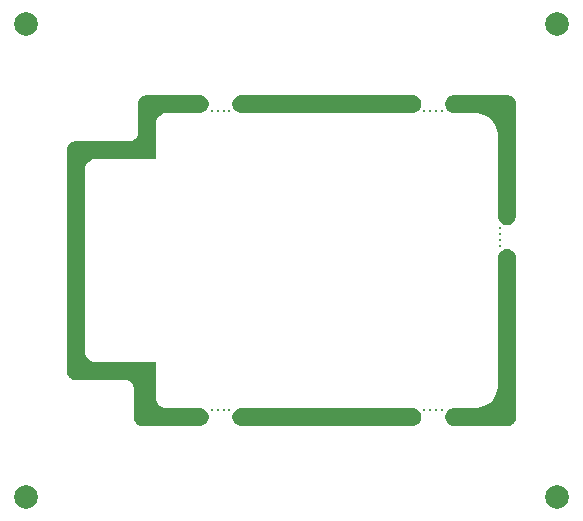
<source format=gbr>
%TF.GenerationSoftware,Altium Limited,Altium Designer,24.8.2 (39)*%
G04 Layer_Color=0*
%FSLAX45Y45*%
%MOMM*%
%TF.SameCoordinates,B03309B8-0E9A-45A2-8570-9956D1A1A338*%
%TF.FilePolarity,Positive*%
%TF.FileFunction,NonPlated,1,4,NPTH,Drill*%
%TF.Part,CustomerPanel*%
G01*
G75*
%TA.AperFunction,OtherDrill,Pad Free-4 (50mm,5mm)*%
%ADD143C,2.00000*%
%TA.AperFunction,OtherDrill,Pad Free-4 (50mm,45mm)*%
%ADD144C,2.00000*%
%TA.AperFunction,OtherDrill,Pad Free-4 (5mm,45mm)*%
%ADD145C,2.00000*%
%TA.AperFunction,OtherDrill,Pad Free-4 (5mm,5mm)*%
%ADD146C,2.00000*%
%TA.AperFunction,OtherDrill,Pad Free-4 (20.75mm,12.35mm)*%
%ADD147C,0.30000*%
%TA.AperFunction,OtherDrill,Pad Free-4 (22.25mm,12.35mm)*%
%ADD148C,0.30000*%
%TA.AperFunction,OtherDrill,Pad Free-4 (21.75mm,12.35mm)*%
%ADD149C,0.30000*%
%TA.AperFunction,OtherDrill,Pad Free-4 (21.25mm,12.35mm)*%
%ADD150C,0.30000*%
%TA.AperFunction,OtherDrill,Pad Free-4 (38.75mm,12.35mm)*%
%ADD151C,0.30000*%
%TA.AperFunction,OtherDrill,Pad Free-4 (40.25mm,12.35mm)*%
%ADD152C,0.30000*%
%TA.AperFunction,OtherDrill,Pad Free-4 (39.75mm,12.35mm)*%
%ADD153C,0.30000*%
%TA.AperFunction,OtherDrill,Pad Free-4 (39.25mm,12.35mm)*%
%ADD154C,0.30000*%
%TA.AperFunction,OtherDrill,Pad Free-4 (45.15mm,26.25mm)*%
%ADD155C,0.30000*%
%TA.AperFunction,OtherDrill,Pad Free-4 (45.15mm,27.75mm)*%
%ADD156C,0.30000*%
%TA.AperFunction,OtherDrill,Pad Free-4 (45.15mm,27.25mm)*%
%ADD157C,0.30000*%
%TA.AperFunction,OtherDrill,Pad Free-4 (45.15mm,26.75mm)*%
%ADD158C,0.30000*%
%TA.AperFunction,OtherDrill,Pad Free-4 (40.25mm,37.65mm)*%
%ADD159C,0.30000*%
%TA.AperFunction,OtherDrill,Pad Free-4 (38.75mm,37.65mm)*%
%ADD160C,0.30000*%
%TA.AperFunction,OtherDrill,Pad Free-4 (39.25mm,37.65mm)*%
%ADD161C,0.30000*%
%TA.AperFunction,OtherDrill,Pad Free-4 (39.75mm,37.65mm)*%
%ADD162C,0.30000*%
%TA.AperFunction,OtherDrill,Pad Free-4 (21.75mm,37.65mm)*%
%ADD163C,0.30000*%
%TA.AperFunction,OtherDrill,Pad Free-4 (21.25mm,37.65mm)*%
%ADD164C,0.30000*%
%TA.AperFunction,OtherDrill,Pad Free-4 (20.75mm,37.65mm)*%
%ADD165C,0.30000*%
%TA.AperFunction,OtherDrill,Pad Free-4 (22.25mm,37.65mm)*%
%ADD166C,0.30000*%
G36*
X925000Y1490000D02*
X917613D01*
X903123Y1492882D01*
X889474Y1498535D01*
X877190Y1506743D01*
X866744Y1517190D01*
X858536Y1529474D01*
X852882Y1543123D01*
X850000Y1557613D01*
X850000Y1565000D01*
Y1565000D01*
Y3435000D01*
X850000Y3442387D01*
X852882Y3456876D01*
X858536Y3470525D01*
X866744Y3482809D01*
X877190Y3493256D01*
X889474Y3501464D01*
X903123Y3507117D01*
X917613Y3510000D01*
X925000Y3509999D01*
X925000Y3510000D01*
X1375000Y3510000D01*
X1382351Y3510361D01*
X1396771Y3513229D01*
X1410355Y3518856D01*
X1422580Y3527024D01*
X1432976Y3537420D01*
X1441144Y3549645D01*
X1446771Y3563229D01*
X1449639Y3577648D01*
X1450000Y3585000D01*
X1450000Y3585000D01*
X1450000Y3825000D01*
X1450000Y3832387D01*
X1452882Y3846876D01*
X1458536Y3860526D01*
X1466743Y3872809D01*
X1477190Y3883256D01*
X1489474Y3891464D01*
X1503123Y3897117D01*
X1517613Y3900000D01*
X1525000Y3900000D01*
X1525000Y3900000D01*
X1975000Y3900000D01*
X1984874D01*
X2003949Y3894889D01*
X2021051Y3885015D01*
X2035015Y3871051D01*
X2044889Y3853949D01*
X2050000Y3834874D01*
Y3815126D01*
X2044889Y3796051D01*
X2035015Y3778949D01*
X2021051Y3764985D01*
X2003949Y3755111D01*
X1984874Y3750000D01*
X1975000D01*
D01*
X1700001D01*
X1690200Y3749519D01*
X1670973Y3745694D01*
X1652862Y3738192D01*
X1636562Y3727301D01*
X1622700Y3713439D01*
X1611809Y3697140D01*
X1604307Y3679028D01*
X1600483Y3659802D01*
X1600001Y3650000D01*
D01*
X1600000Y3360000D01*
X1100001D01*
X1090199Y3359518D01*
X1070972Y3355694D01*
X1052861Y3348192D01*
X1036562Y3337301D01*
X1022700Y3323439D01*
X1011809Y3307139D01*
X1004307Y3289028D01*
X1000483Y3269802D01*
X1000001Y3260000D01*
D01*
Y1740000D01*
X1000483Y1730198D01*
X1004307Y1710971D01*
X1011809Y1692860D01*
X1022700Y1676561D01*
X1036562Y1662699D01*
X1052861Y1651808D01*
X1070973Y1644306D01*
X1090199Y1640481D01*
X1100001Y1640000D01*
D01*
X1600000D01*
Y1350000D01*
X1600482Y1340198D01*
X1604306Y1320971D01*
X1611808Y1302860D01*
X1622700Y1286560D01*
X1636561Y1272698D01*
X1652861Y1261807D01*
X1670973Y1254306D01*
X1690199Y1250481D01*
X1700001Y1250000D01*
X1700001D01*
X1975000D01*
X1984874D01*
X2003949Y1244889D01*
X2021051Y1235015D01*
X2035015Y1221051D01*
X2044889Y1203949D01*
X2050000Y1184874D01*
Y1165126D01*
X2044889Y1146051D01*
X2035015Y1128949D01*
X2021051Y1114985D01*
X2003949Y1105111D01*
X1984874Y1100000D01*
X1975000D01*
D01*
X1489724Y1100000D01*
X1490000Y1100000D01*
X1482613D01*
X1468123Y1102882D01*
X1454474Y1108535D01*
X1442190Y1116743D01*
X1431743Y1127190D01*
X1423536Y1139474D01*
X1417882Y1153123D01*
X1415000Y1167613D01*
X1415000Y1175000D01*
Y1175000D01*
X1414999Y1415000D01*
X1414639Y1422351D01*
X1411770Y1436771D01*
X1406144Y1450355D01*
X1397976Y1462579D01*
X1387579Y1472976D01*
X1375354Y1481144D01*
X1361771Y1486770D01*
X1347351Y1489639D01*
X1340000Y1490000D01*
X1340000Y1490000D01*
X925000Y1490000D01*
D02*
G37*
G36*
X4125000Y1100000D02*
X4115126D01*
X4096051Y1105111D01*
X4078949Y1114985D01*
X4064985Y1128949D01*
X4055111Y1146051D01*
X4050000Y1165126D01*
Y1184874D01*
X4055111Y1203949D01*
X4064985Y1221051D01*
X4078949Y1235015D01*
X4096051Y1244889D01*
X4115126Y1250000D01*
X4125000D01*
D01*
X4300000D01*
X4319604Y1250963D01*
X4358057Y1258612D01*
X4394280Y1273615D01*
X4426879Y1295397D01*
X4454603Y1323121D01*
X4476385Y1355720D01*
X4491389Y1391943D01*
X4499038Y1430396D01*
X4500001Y1450000D01*
X4500001Y1450000D01*
X4500000Y2525000D01*
Y2534874D01*
X4505111Y2553949D01*
X4514985Y2571051D01*
X4528949Y2585015D01*
X4546051Y2594889D01*
X4565126Y2600000D01*
X4584874D01*
X4603949Y2594889D01*
X4621051Y2585015D01*
X4635015Y2571051D01*
X4644889Y2553949D01*
X4650000Y2534874D01*
Y2525000D01*
D01*
X4650000Y1175000D01*
X4650000Y1167613D01*
X4647117Y1153123D01*
X4641464Y1139474D01*
X4633256Y1127190D01*
X4622809Y1116744D01*
X4610525Y1108536D01*
X4596876Y1102882D01*
X4582387Y1100000D01*
X4575000Y1100000D01*
X4575000D01*
X4125000Y1100000D01*
D02*
G37*
G36*
Y3750000D02*
X4115126D01*
X4096051Y3755111D01*
X4078949Y3764985D01*
X4064985Y3778948D01*
X4055111Y3796051D01*
X4050000Y3815126D01*
Y3834873D01*
X4055111Y3853949D01*
X4064985Y3871051D01*
X4078949Y3885015D01*
X4096051Y3894889D01*
X4115126Y3900000D01*
X4125000D01*
D01*
X4574999Y3900000D01*
X4582386Y3900000D01*
X4596876Y3897118D01*
X4610525Y3891464D01*
X4622809Y3883256D01*
X4633256Y3872810D01*
X4641464Y3860526D01*
X4647117Y3846876D01*
X4650000Y3832387D01*
X4649999Y3825000D01*
X4650000Y3825000D01*
X4650001Y2875000D01*
Y2865126D01*
X4644889Y2846051D01*
X4635015Y2828949D01*
X4621051Y2814985D01*
X4603949Y2805111D01*
X4584874Y2800000D01*
X4565127D01*
X4546051Y2805111D01*
X4528949Y2814985D01*
X4514985Y2828949D01*
X4505111Y2846051D01*
X4500000Y2865126D01*
Y2875000D01*
D01*
X4500000Y3550000D01*
X4499037Y3569603D01*
X4491388Y3608057D01*
X4476384Y3644279D01*
X4454602Y3676878D01*
X4426879Y3704602D01*
X4394280Y3726384D01*
X4358058Y3741388D01*
X4319605Y3749037D01*
X4300001Y3750000D01*
Y3750000D01*
X4125000Y3750000D01*
D02*
G37*
G36*
X2325000D02*
X2315126D01*
X2296051Y3755111D01*
X2278949Y3764985D01*
X2264985Y3778948D01*
X2255111Y3796051D01*
X2250000Y3815126D01*
Y3834873D01*
X2255111Y3853949D01*
X2264985Y3871051D01*
X2278949Y3885015D01*
X2296051Y3894889D01*
X2315126Y3900000D01*
X2325000D01*
D01*
X3775000D01*
X3784874D01*
X3803949Y3894889D01*
X3821051Y3885015D01*
X3835015Y3871051D01*
X3844889Y3853949D01*
X3850000Y3834874D01*
Y3815126D01*
X3844889Y3796051D01*
X3835015Y3778949D01*
X3821051Y3764985D01*
X3803949Y3755111D01*
X3784874Y3750000D01*
X3775000D01*
D01*
X2325000Y3750000D01*
D02*
G37*
G36*
Y1100000D02*
X2315126D01*
X2296051Y1105111D01*
X2278949Y1114985D01*
X2264985Y1128949D01*
X2255111Y1146051D01*
X2250000Y1165126D01*
Y1184874D01*
X2255111Y1203949D01*
X2264985Y1221051D01*
X2278949Y1235015D01*
X2296051Y1244889D01*
X2315126Y1250000D01*
X2325000D01*
D01*
X3775000D01*
X3784874D01*
X3803949Y1244889D01*
X3821051Y1235015D01*
X3835015Y1221051D01*
X3844889Y1203949D01*
X3850000Y1184874D01*
Y1165126D01*
X3844889Y1146051D01*
X3835015Y1128949D01*
X3821051Y1114985D01*
X3803949Y1105111D01*
X3784874Y1100000D01*
X3775000D01*
D01*
X2325000Y1100000D01*
D02*
G37*
D143*
X5000000Y500000D02*
D03*
D144*
Y4500000D02*
D03*
D145*
X500000D02*
D03*
D146*
Y500000D02*
D03*
D147*
X2075000Y1235000D02*
D03*
D148*
X2225000D02*
D03*
D149*
X2175000D02*
D03*
D150*
X2125000D02*
D03*
D151*
X3875000D02*
D03*
D152*
X4025000D02*
D03*
D153*
X3975000D02*
D03*
D154*
X3925000D02*
D03*
D155*
X4515000Y2625000D02*
D03*
D156*
Y2775000D02*
D03*
D157*
Y2725000D02*
D03*
D158*
Y2675000D02*
D03*
D159*
X4025000Y3765000D02*
D03*
D160*
X3875000D02*
D03*
D161*
X3925000D02*
D03*
D162*
X3975000D02*
D03*
D163*
X2175000D02*
D03*
D164*
X2125000D02*
D03*
D165*
X2075000D02*
D03*
D166*
X2225000D02*
D03*
%TF.MD5,d89225dfee0a2f4ee068070d0835281d*%
M02*

</source>
